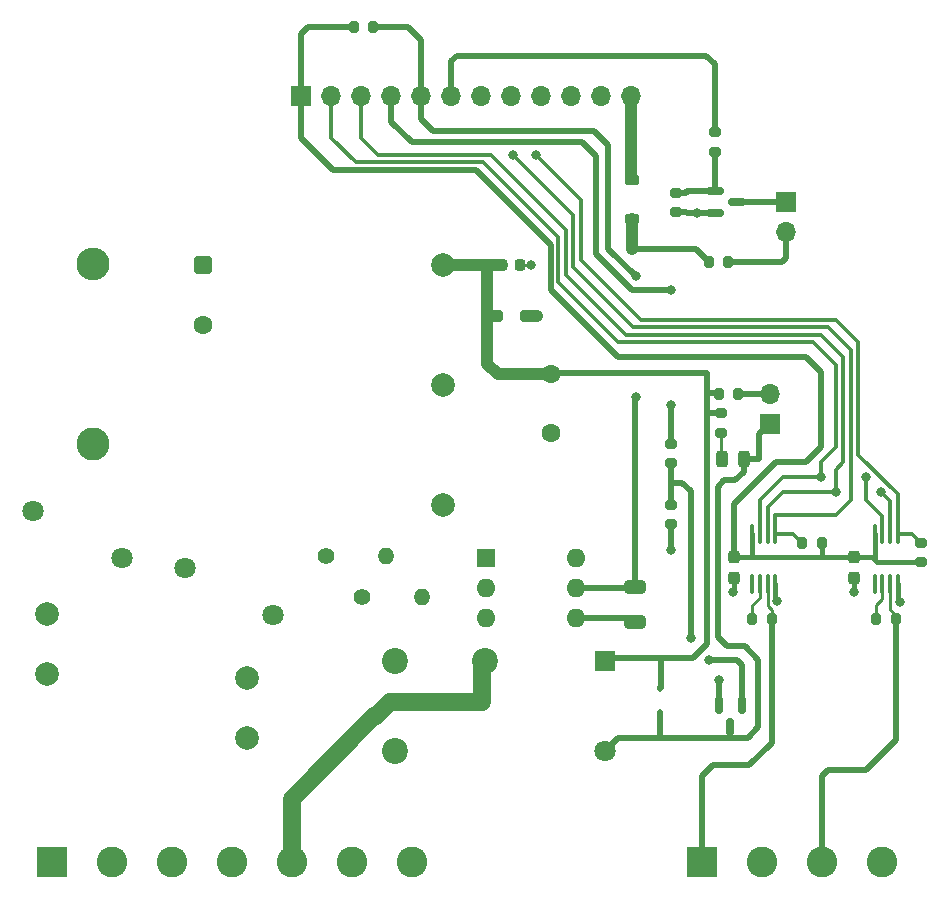
<source format=gtl>
G04 #@! TF.GenerationSoftware,KiCad,Pcbnew,7.0.7*
G04 #@! TF.CreationDate,2023-09-27T11:51:15+02:00*
G04 #@! TF.ProjectId,heating-controller,68656174-696e-4672-9d63-6f6e74726f6c,rev?*
G04 #@! TF.SameCoordinates,Original*
G04 #@! TF.FileFunction,Copper,L1,Top*
G04 #@! TF.FilePolarity,Positive*
%FSLAX46Y46*%
G04 Gerber Fmt 4.6, Leading zero omitted, Abs format (unit mm)*
G04 Created by KiCad (PCBNEW 7.0.7) date 2023-09-27 11:51:15*
%MOMM*%
%LPD*%
G01*
G04 APERTURE LIST*
G04 Aperture macros list*
%AMRoundRect*
0 Rectangle with rounded corners*
0 $1 Rounding radius*
0 $2 $3 $4 $5 $6 $7 $8 $9 X,Y pos of 4 corners*
0 Add a 4 corners polygon primitive as box body*
4,1,4,$2,$3,$4,$5,$6,$7,$8,$9,$2,$3,0*
0 Add four circle primitives for the rounded corners*
1,1,$1+$1,$2,$3*
1,1,$1+$1,$4,$5*
1,1,$1+$1,$6,$7*
1,1,$1+$1,$8,$9*
0 Add four rect primitives between the rounded corners*
20,1,$1+$1,$2,$3,$4,$5,0*
20,1,$1+$1,$4,$5,$6,$7,0*
20,1,$1+$1,$6,$7,$8,$9,0*
20,1,$1+$1,$8,$9,$2,$3,0*%
G04 Aperture macros list end*
G04 #@! TA.AperFunction,SMDPad,CuDef*
%ADD10RoundRect,0.150000X-0.150000X0.587500X-0.150000X-0.587500X0.150000X-0.587500X0.150000X0.587500X0*%
G04 #@! TD*
G04 #@! TA.AperFunction,SMDPad,CuDef*
%ADD11RoundRect,0.200000X-0.200000X-0.275000X0.200000X-0.275000X0.200000X0.275000X-0.200000X0.275000X0*%
G04 #@! TD*
G04 #@! TA.AperFunction,SMDPad,CuDef*
%ADD12RoundRect,0.200000X-0.275000X0.200000X-0.275000X-0.200000X0.275000X-0.200000X0.275000X0.200000X0*%
G04 #@! TD*
G04 #@! TA.AperFunction,ComponentPad*
%ADD13R,1.700000X1.700000*%
G04 #@! TD*
G04 #@! TA.AperFunction,ComponentPad*
%ADD14O,1.700000X1.700000*%
G04 #@! TD*
G04 #@! TA.AperFunction,ComponentPad*
%ADD15RoundRect,0.400000X-0.400000X-0.400000X0.400000X-0.400000X0.400000X0.400000X-0.400000X0.400000X0*%
G04 #@! TD*
G04 #@! TA.AperFunction,ComponentPad*
%ADD16C,1.600000*%
G04 #@! TD*
G04 #@! TA.AperFunction,ComponentPad*
%ADD17C,2.000000*%
G04 #@! TD*
G04 #@! TA.AperFunction,SMDPad,CuDef*
%ADD18RoundRect,0.100000X0.100000X-0.712500X0.100000X0.712500X-0.100000X0.712500X-0.100000X-0.712500X0*%
G04 #@! TD*
G04 #@! TA.AperFunction,SMDPad,CuDef*
%ADD19RoundRect,0.200000X0.275000X-0.200000X0.275000X0.200000X-0.275000X0.200000X-0.275000X-0.200000X0*%
G04 #@! TD*
G04 #@! TA.AperFunction,SMDPad,CuDef*
%ADD20RoundRect,0.200000X0.200000X0.275000X-0.200000X0.275000X-0.200000X-0.275000X0.200000X-0.275000X0*%
G04 #@! TD*
G04 #@! TA.AperFunction,ComponentPad*
%ADD21C,1.800000*%
G04 #@! TD*
G04 #@! TA.AperFunction,SMDPad,CuDef*
%ADD22RoundRect,0.237500X-0.237500X0.300000X-0.237500X-0.300000X0.237500X-0.300000X0.237500X0.300000X0*%
G04 #@! TD*
G04 #@! TA.AperFunction,ComponentPad*
%ADD23R,2.600000X2.600000*%
G04 #@! TD*
G04 #@! TA.AperFunction,ComponentPad*
%ADD24C,2.600000*%
G04 #@! TD*
G04 #@! TA.AperFunction,SMDPad,CuDef*
%ADD25RoundRect,0.243750X0.243750X0.456250X-0.243750X0.456250X-0.243750X-0.456250X0.243750X-0.456250X0*%
G04 #@! TD*
G04 #@! TA.AperFunction,SMDPad,CuDef*
%ADD26RoundRect,0.250000X-0.650000X0.325000X-0.650000X-0.325000X0.650000X-0.325000X0.650000X0.325000X0*%
G04 #@! TD*
G04 #@! TA.AperFunction,SMDPad,CuDef*
%ADD27RoundRect,0.225000X-0.375000X0.225000X-0.375000X-0.225000X0.375000X-0.225000X0.375000X0.225000X0*%
G04 #@! TD*
G04 #@! TA.AperFunction,SMDPad,CuDef*
%ADD28RoundRect,0.150000X-0.587500X-0.150000X0.587500X-0.150000X0.587500X0.150000X-0.587500X0.150000X0*%
G04 #@! TD*
G04 #@! TA.AperFunction,ComponentPad*
%ADD29C,2.200000*%
G04 #@! TD*
G04 #@! TA.AperFunction,ComponentPad*
%ADD30R,1.800000X1.800000*%
G04 #@! TD*
G04 #@! TA.AperFunction,SMDPad,CuDef*
%ADD31RoundRect,0.112500X-0.112500X0.187500X-0.112500X-0.187500X0.112500X-0.187500X0.112500X0.187500X0*%
G04 #@! TD*
G04 #@! TA.AperFunction,SMDPad,CuDef*
%ADD32RoundRect,0.225000X-0.225000X-0.250000X0.225000X-0.250000X0.225000X0.250000X-0.225000X0.250000X0*%
G04 #@! TD*
G04 #@! TA.AperFunction,SMDPad,CuDef*
%ADD33RoundRect,0.250000X-0.250000X-0.250000X0.250000X-0.250000X0.250000X0.250000X-0.250000X0.250000X0*%
G04 #@! TD*
G04 #@! TA.AperFunction,ComponentPad*
%ADD34C,2.800000*%
G04 #@! TD*
G04 #@! TA.AperFunction,ComponentPad*
%ADD35O,2.800000X2.800000*%
G04 #@! TD*
G04 #@! TA.AperFunction,ComponentPad*
%ADD36C,1.400000*%
G04 #@! TD*
G04 #@! TA.AperFunction,ComponentPad*
%ADD37O,1.400000X1.400000*%
G04 #@! TD*
G04 #@! TA.AperFunction,ComponentPad*
%ADD38R,1.600000X1.600000*%
G04 #@! TD*
G04 #@! TA.AperFunction,ComponentPad*
%ADD39O,1.600000X1.600000*%
G04 #@! TD*
G04 #@! TA.AperFunction,ViaPad*
%ADD40C,0.800000*%
G04 #@! TD*
G04 #@! TA.AperFunction,Conductor*
%ADD41C,1.500000*%
G04 #@! TD*
G04 #@! TA.AperFunction,Conductor*
%ADD42C,0.500000*%
G04 #@! TD*
G04 #@! TA.AperFunction,Conductor*
%ADD43C,0.400000*%
G04 #@! TD*
G04 #@! TA.AperFunction,Conductor*
%ADD44C,0.300000*%
G04 #@! TD*
G04 #@! TA.AperFunction,Conductor*
%ADD45C,1.000000*%
G04 #@! TD*
G04 #@! TA.AperFunction,Conductor*
%ADD46C,0.250000*%
G04 #@! TD*
G04 APERTURE END LIST*
D10*
X84100000Y-87225000D03*
X82200000Y-87225000D03*
X83150000Y-89100000D03*
D11*
X89250000Y-73500000D03*
X90900000Y-73500000D03*
D12*
X99300000Y-73500000D03*
X99300000Y-75150000D03*
D11*
X51245000Y-29845000D03*
X52895000Y-29845000D03*
D13*
X87850000Y-44650000D03*
D14*
X87850000Y-47190000D03*
D15*
X38481000Y-49945000D03*
D16*
X38481000Y-55025000D03*
D17*
X58801000Y-70265000D03*
X58801000Y-60105000D03*
X58801000Y-49945000D03*
D16*
X67978200Y-59241400D03*
X67978200Y-64241400D03*
D18*
X95355000Y-76972500D03*
X96005000Y-76972500D03*
X96655000Y-76972500D03*
X97305000Y-76972500D03*
X97305000Y-72747500D03*
X96655000Y-72747500D03*
X96005000Y-72747500D03*
X95355000Y-72747500D03*
D19*
X82390000Y-64205000D03*
X82390000Y-62555000D03*
D20*
X83830000Y-60900000D03*
X82180000Y-60900000D03*
D21*
X44448600Y-79656400D03*
X36948600Y-75656400D03*
D22*
X93600000Y-74737500D03*
X93600000Y-76462500D03*
D12*
X78150000Y-70275000D03*
X78150000Y-71925000D03*
D13*
X46830000Y-35700000D03*
D14*
X49370000Y-35700000D03*
X51910000Y-35700000D03*
X54450000Y-35700000D03*
X56990000Y-35700000D03*
X59530000Y-35700000D03*
X62070000Y-35700000D03*
X64610000Y-35700000D03*
X67150000Y-35700000D03*
X69690000Y-35700000D03*
X72230000Y-35700000D03*
X74770000Y-35700000D03*
D20*
X82950000Y-49700000D03*
X81300000Y-49700000D03*
D18*
X85005000Y-76962500D03*
X85655000Y-76962500D03*
X86305000Y-76962500D03*
X86955000Y-76962500D03*
X86955000Y-72737500D03*
X86305000Y-72737500D03*
X85655000Y-72737500D03*
X85005000Y-72737500D03*
D23*
X25720000Y-100550000D03*
D24*
X30800000Y-100550000D03*
X35880000Y-100550000D03*
X40960000Y-100550000D03*
X46040000Y-100550000D03*
X51120000Y-100550000D03*
X56200000Y-100550000D03*
D25*
X84287500Y-66390000D03*
X82412500Y-66390000D03*
D12*
X78150000Y-65100000D03*
X78150000Y-66750000D03*
D20*
X86645000Y-79970000D03*
X84995000Y-79970000D03*
D26*
X75064800Y-77248200D03*
X75064800Y-80198200D03*
D27*
X74800000Y-42750000D03*
X74800000Y-46050000D03*
D28*
X81850000Y-43700000D03*
X81850000Y-45600000D03*
X83725000Y-44650000D03*
D29*
X62364800Y-83500000D03*
X54744800Y-91120000D03*
X54744800Y-83500000D03*
D30*
X72524800Y-83500000D03*
D21*
X72524800Y-91120000D03*
D20*
X97155000Y-79950000D03*
X95505000Y-79950000D03*
D31*
X77200000Y-85800000D03*
X77200000Y-87900000D03*
D13*
X86490000Y-63435000D03*
D14*
X86490000Y-60895000D03*
D12*
X78500000Y-43850000D03*
X78500000Y-45500000D03*
D32*
X63774200Y-49995800D03*
X65324200Y-49995800D03*
D23*
X80750000Y-100550000D03*
D24*
X85830000Y-100550000D03*
X90910000Y-100550000D03*
X95990000Y-100550000D03*
D33*
X63350000Y-54288400D03*
X65850000Y-54288400D03*
D22*
X83420000Y-74737500D03*
X83420000Y-76462500D03*
D17*
X42200000Y-90000000D03*
X42200000Y-84920000D03*
X25306200Y-84641400D03*
X25306200Y-79561400D03*
D34*
X29150000Y-65100000D03*
D35*
X29150000Y-49860000D03*
D12*
X81850000Y-38750000D03*
X81850000Y-40400000D03*
D21*
X24121600Y-70805000D03*
X31621600Y-74805000D03*
D36*
X51950800Y-78062800D03*
D37*
X57030800Y-78062800D03*
D38*
X62466400Y-74786200D03*
D39*
X62466400Y-77326200D03*
X62466400Y-79866200D03*
X70086400Y-79866200D03*
X70086400Y-77326200D03*
X70086400Y-74786200D03*
D36*
X48902800Y-74608400D03*
D37*
X53982800Y-74608400D03*
D40*
X62558000Y-49995800D03*
X74800000Y-48600000D03*
X66225600Y-49995800D03*
X97500000Y-78550000D03*
X83410000Y-77670000D03*
X78150000Y-74100000D03*
X87070000Y-78460000D03*
X93600000Y-77700000D03*
X66809800Y-54288400D03*
X80350000Y-45600000D03*
X82150000Y-85100000D03*
X75115600Y-50900000D03*
X75115600Y-61171800D03*
X78150000Y-61832200D03*
X78150000Y-52100000D03*
X90805000Y-67945000D03*
X94615000Y-67945000D03*
X92075000Y-69215000D03*
X95885000Y-69215000D03*
X79770000Y-81600000D03*
X81320000Y-83400000D03*
X66675000Y-40640000D03*
X64770000Y-40640000D03*
D41*
X62100000Y-83764800D02*
X62364800Y-83500000D01*
X62100000Y-87000000D02*
X62100000Y-83764800D01*
X54300000Y-87000000D02*
X62100000Y-87000000D01*
X53100000Y-88200000D02*
X54300000Y-87000000D01*
X53000000Y-88200000D02*
X53100000Y-88200000D01*
X46040000Y-95160000D02*
X53000000Y-88200000D01*
X46040000Y-100550000D02*
X46040000Y-95160000D01*
D42*
X84600000Y-90000000D02*
X77100000Y-90000000D01*
X85500000Y-89100000D02*
X84600000Y-90000000D01*
X85500000Y-83400000D02*
X85500000Y-89100000D01*
X82100000Y-81520000D02*
X82860000Y-82280000D01*
X82860000Y-82280000D02*
X84380000Y-82280000D01*
X84380000Y-82280000D02*
X85500000Y-83400000D01*
X83560000Y-68200000D02*
X82640000Y-68200000D01*
X82640000Y-68200000D02*
X82100000Y-68740000D01*
X84287500Y-67472500D02*
X83560000Y-68200000D01*
X82100000Y-68740000D02*
X82100000Y-81520000D01*
X84287500Y-66390000D02*
X84287500Y-67472500D01*
X77200000Y-89900000D02*
X77100000Y-90000000D01*
X77200000Y-88000000D02*
X77200000Y-89900000D01*
X77100000Y-90000000D02*
X73644800Y-90000000D01*
X73644800Y-90000000D02*
X72524800Y-91120000D01*
D43*
X93600000Y-74737500D02*
X95137500Y-74737500D01*
X95137500Y-74737500D02*
X95355000Y-74955000D01*
X95355000Y-74955000D02*
X95355000Y-72747500D01*
X95550000Y-75150000D02*
X95355000Y-74955000D01*
X95550000Y-75150000D02*
X99300000Y-75150000D01*
D44*
X98547500Y-72747500D02*
X99300000Y-73500000D01*
X97305000Y-72747500D02*
X98547500Y-72747500D01*
X88487500Y-72737500D02*
X89250000Y-73500000D01*
X86955000Y-72737500D02*
X88487500Y-72737500D01*
D43*
X90900000Y-74737500D02*
X90900000Y-73500000D01*
X90900000Y-74737500D02*
X83420000Y-74737500D01*
X93600000Y-74737500D02*
X90900000Y-74737500D01*
D45*
X74800000Y-48600000D02*
X74800000Y-46050000D01*
D42*
X77242500Y-83242500D02*
X72782300Y-83242500D01*
X81150000Y-60850000D02*
X81150000Y-62420000D01*
X77242500Y-83242500D02*
X77242500Y-85757500D01*
X81150000Y-62940000D02*
X81150000Y-82050000D01*
X81150000Y-82050000D02*
X79957500Y-83242500D01*
X79957500Y-83242500D02*
X77242500Y-83242500D01*
D45*
X62542600Y-49980400D02*
X62558000Y-49995800D01*
D42*
X81285000Y-62555000D02*
X82390000Y-62555000D01*
D45*
X62542600Y-58342600D02*
X62542600Y-52542600D01*
D42*
X81150000Y-62420000D02*
X81150000Y-62940000D01*
X81150000Y-59100000D02*
X81150000Y-60850000D01*
D45*
X63441400Y-59241400D02*
X62542600Y-58342600D01*
X62542600Y-49980400D02*
X62542600Y-52542600D01*
D42*
X80200000Y-48600000D02*
X74800000Y-48600000D01*
X72782300Y-83242500D02*
X72524800Y-83500000D01*
D45*
X62542600Y-52542600D02*
X62542600Y-53856600D01*
D42*
X81300000Y-49700000D02*
X80200000Y-48600000D01*
X81150000Y-59100000D02*
X68119600Y-59100000D01*
D45*
X62558000Y-49995800D02*
X63774200Y-49995800D01*
D42*
X82130000Y-60850000D02*
X82180000Y-60900000D01*
D45*
X67978200Y-59241400D02*
X63441400Y-59241400D01*
D42*
X68119600Y-59100000D02*
X67978200Y-59241400D01*
D45*
X58844200Y-49950000D02*
X62512200Y-49950000D01*
D42*
X81150000Y-60850000D02*
X82130000Y-60850000D01*
X81150000Y-62420000D02*
X81285000Y-62555000D01*
D43*
X93600000Y-76462500D02*
X93600000Y-77700000D01*
D42*
X79450000Y-45600000D02*
X80350000Y-45600000D01*
D46*
X97500000Y-78300000D02*
X97305000Y-78105000D01*
D45*
X65850000Y-54288400D02*
X66809800Y-54288400D01*
D42*
X78500000Y-45500000D02*
X79350000Y-45500000D01*
D43*
X97305000Y-78105000D02*
X97305000Y-78315000D01*
D42*
X74732800Y-79866200D02*
X70086400Y-79866200D01*
X79350000Y-45500000D02*
X79450000Y-45600000D01*
D43*
X86955000Y-76962500D02*
X86955000Y-78345000D01*
D46*
X97305000Y-78315000D02*
X97370000Y-78380000D01*
X65324200Y-49995800D02*
X66225600Y-49995800D01*
D43*
X83420000Y-76392500D02*
X83420000Y-77440000D01*
D42*
X82200000Y-87225000D02*
X82200000Y-85150000D01*
X78150000Y-71925000D02*
X78150000Y-74100000D01*
D46*
X82200000Y-85150000D02*
X82150000Y-85100000D01*
X75064800Y-80198200D02*
X74732800Y-79866200D01*
X86955000Y-78345000D02*
X87070000Y-78460000D01*
D42*
X80350000Y-45600000D02*
X81850000Y-45600000D01*
D46*
X97500000Y-78550000D02*
X97500000Y-78300000D01*
X83420000Y-77440000D02*
X83470000Y-77490000D01*
D43*
X97305000Y-76972500D02*
X97305000Y-78105000D01*
D46*
X74770000Y-42720000D02*
X74800000Y-42750000D01*
D45*
X74770000Y-35700000D02*
X74770000Y-42720000D01*
D46*
X74800000Y-35730000D02*
X74770000Y-35700000D01*
D42*
X84287500Y-66390000D02*
X85590000Y-66390000D01*
X85610000Y-64315000D02*
X86490000Y-63435000D01*
X85610000Y-66370000D02*
X85610000Y-64315000D01*
D46*
X85590000Y-66390000D02*
X85610000Y-66370000D01*
X82390000Y-66367500D02*
X82390000Y-64205000D01*
X82412500Y-66390000D02*
X82390000Y-66367500D01*
X74986800Y-77326200D02*
X75064800Y-77248200D01*
D42*
X71600000Y-38600000D02*
X58000000Y-38600000D01*
X70086400Y-77326200D02*
X74986800Y-77326200D01*
X56990000Y-37590000D02*
X56990000Y-35700000D01*
X56990000Y-30955000D02*
X56990000Y-35700000D01*
X75063800Y-69045800D02*
X75063800Y-61223600D01*
D46*
X75063800Y-77247200D02*
X75064800Y-77248200D01*
D42*
X52895000Y-29845000D02*
X55880000Y-29845000D01*
X72825000Y-48609400D02*
X72825000Y-39825000D01*
X55880000Y-29845000D02*
X56990000Y-30955000D01*
X75063800Y-69045800D02*
X75063800Y-77247200D01*
X58000000Y-38600000D02*
X56990000Y-37590000D01*
X75115600Y-50900000D02*
X72825000Y-48609400D01*
X72825000Y-39825000D02*
X71600000Y-38600000D01*
D46*
X75063800Y-61223600D02*
X75115600Y-61171800D01*
X93600000Y-74775000D02*
X93675000Y-74700000D01*
D42*
X46830000Y-39210000D02*
X49530000Y-41910000D01*
X90805000Y-59055000D02*
X90805000Y-65405000D01*
X89535000Y-66675000D02*
X86995000Y-66675000D01*
X47405000Y-29845000D02*
X51245000Y-29845000D01*
X61595000Y-41910000D02*
X67945000Y-48260000D01*
X90805000Y-65405000D02*
X89535000Y-66675000D01*
D43*
X85005000Y-74700000D02*
X85005000Y-72737500D01*
D42*
X73660000Y-57785000D02*
X89535000Y-57785000D01*
X67945000Y-52070000D02*
X73660000Y-57785000D01*
X46830000Y-35700000D02*
X46830000Y-39210000D01*
X86995000Y-66675000D02*
X83420000Y-70250000D01*
X67945000Y-48260000D02*
X67945000Y-52070000D01*
X89535000Y-57785000D02*
X90805000Y-59055000D01*
X49530000Y-41910000D02*
X61595000Y-41910000D01*
X83420000Y-70250000D02*
X83420000Y-74737500D01*
X46830000Y-30420000D02*
X47405000Y-29845000D01*
X46830000Y-35700000D02*
X46830000Y-30420000D01*
X86645000Y-79970000D02*
X86645000Y-90455000D01*
D46*
X86305000Y-76962500D02*
X86305000Y-78825000D01*
D42*
X81690000Y-92340000D02*
X80750000Y-93280000D01*
D46*
X86645000Y-79165000D02*
X86645000Y-79970000D01*
D42*
X84760000Y-92340000D02*
X81690000Y-92340000D01*
D46*
X86305000Y-78825000D02*
X86645000Y-79165000D01*
D42*
X80750000Y-93280000D02*
X80750000Y-100550000D01*
X86645000Y-90455000D02*
X84760000Y-92340000D01*
X90910000Y-93240000D02*
X90910000Y-100550000D01*
X97155000Y-90170000D02*
X94615000Y-92710000D01*
X94615000Y-92710000D02*
X91440000Y-92710000D01*
D46*
X97155000Y-79655000D02*
X96660000Y-79160000D01*
X97155000Y-79950000D02*
X97155000Y-79655000D01*
X96660000Y-76977500D02*
X96655000Y-76972500D01*
D42*
X91440000Y-92710000D02*
X90910000Y-93240000D01*
D46*
X96660000Y-79160000D02*
X96660000Y-76977500D01*
D42*
X97155000Y-79950000D02*
X97155000Y-90170000D01*
X71750000Y-40750000D02*
X70550000Y-39550000D01*
X71750000Y-49050000D02*
X71750000Y-40750000D01*
X56150000Y-39550000D02*
X54450000Y-37850000D01*
X78150000Y-61832200D02*
X78150000Y-65100000D01*
X78150000Y-52100000D02*
X74800000Y-52100000D01*
X70550000Y-39550000D02*
X56150000Y-39550000D01*
X54450000Y-37850000D02*
X54450000Y-35700000D01*
X74800000Y-52100000D02*
X71750000Y-49050000D01*
D44*
X62230000Y-41275000D02*
X51435000Y-41275000D01*
X49370000Y-39210000D02*
X49370000Y-35700000D01*
X68580000Y-47625000D02*
X62230000Y-41275000D01*
X90805000Y-66675000D02*
X90805000Y-67945000D01*
X87630000Y-67945000D02*
X85655000Y-69920000D01*
X96005000Y-72747500D02*
X96005000Y-71240000D01*
X92075000Y-65405000D02*
X90805000Y-66675000D01*
X68580000Y-51435000D02*
X68580000Y-47625000D01*
X94615000Y-69850000D02*
X94615000Y-67945000D01*
X90805000Y-67945000D02*
X87630000Y-67945000D01*
X51435000Y-41275000D02*
X49370000Y-39210000D01*
X85655000Y-69920000D02*
X85655000Y-72737500D01*
X73660000Y-56515000D02*
X68580000Y-51435000D01*
X90170000Y-56515000D02*
X73660000Y-56515000D01*
X92075000Y-58420000D02*
X90170000Y-56515000D01*
X96005000Y-71240000D02*
X94615000Y-69850000D01*
X92075000Y-58420000D02*
X92075000Y-65405000D01*
X86360000Y-70485000D02*
X86360000Y-72682500D01*
X92710000Y-57785000D02*
X90805000Y-55880000D01*
X92710000Y-66675000D02*
X92075000Y-67310000D01*
X74295000Y-55880000D02*
X69215000Y-50800000D01*
X90805000Y-55880000D02*
X74295000Y-55880000D01*
X87630000Y-69215000D02*
X86360000Y-70485000D01*
X86360000Y-72682500D02*
X86305000Y-72737500D01*
X92075000Y-67310000D02*
X92075000Y-69215000D01*
X62865000Y-40640000D02*
X53340000Y-40640000D01*
X69215000Y-50800000D02*
X69215000Y-46990000D01*
X51910000Y-39210000D02*
X51910000Y-35700000D01*
X96655000Y-69985000D02*
X95885000Y-69215000D01*
X53340000Y-40640000D02*
X51910000Y-39210000D01*
X92075000Y-69215000D02*
X87630000Y-69215000D01*
X96655000Y-72747500D02*
X96655000Y-69985000D01*
X92710000Y-57785000D02*
X92710000Y-66675000D01*
X69215000Y-46990000D02*
X62865000Y-40640000D01*
D42*
X81850000Y-33000000D02*
X81850000Y-38750000D01*
X60010000Y-32250000D02*
X81100000Y-32250000D01*
X59530000Y-32730000D02*
X60010000Y-32250000D01*
X81100000Y-32250000D02*
X81850000Y-33000000D01*
X59530000Y-35700000D02*
X59530000Y-32730000D01*
X83725000Y-44650000D02*
X87850000Y-44650000D01*
X87550000Y-49700000D02*
X87850000Y-49400000D01*
X87850000Y-49400000D02*
X87850000Y-47190000D01*
X82950000Y-49700000D02*
X87550000Y-49700000D01*
X83830000Y-60900000D02*
X86775000Y-60900000D01*
X79350000Y-43850000D02*
X78500000Y-43850000D01*
X79500000Y-43700000D02*
X79350000Y-43850000D01*
X81850000Y-43700000D02*
X79500000Y-43700000D01*
X81850000Y-40400000D02*
X81850000Y-43700000D01*
X78150000Y-68480000D02*
X78150000Y-70275000D01*
X83680000Y-83400000D02*
X84100000Y-83820000D01*
X79770000Y-81600000D02*
X79770000Y-69150000D01*
X84100000Y-83820000D02*
X84100000Y-87225000D01*
X79770000Y-69150000D02*
X79080000Y-68460000D01*
X78150000Y-66750000D02*
X78150000Y-68480000D01*
X81320000Y-83400000D02*
X83680000Y-83400000D01*
X78170000Y-68460000D02*
X79080000Y-68460000D01*
X78150000Y-68480000D02*
X78170000Y-68460000D01*
D46*
X95505000Y-79950000D02*
X95505000Y-78795000D01*
X96005000Y-78295000D02*
X96005000Y-76972500D01*
X95505000Y-78795000D02*
X96005000Y-78295000D01*
D44*
X70485000Y-44450000D02*
X66675000Y-40640000D01*
X93980000Y-66040000D02*
X93980000Y-56515000D01*
X97305000Y-72747500D02*
X97305000Y-69365000D01*
X97305000Y-69365000D02*
X93980000Y-66040000D01*
X75565000Y-54610000D02*
X70485000Y-49530000D01*
X70485000Y-49530000D02*
X70485000Y-44450000D01*
X93980000Y-56515000D02*
X92075000Y-54610000D01*
X92075000Y-54610000D02*
X75565000Y-54610000D01*
X93345000Y-57150000D02*
X93345000Y-69850000D01*
X69850000Y-45720000D02*
X69850000Y-50165000D01*
X93345000Y-69850000D02*
X92075000Y-71120000D01*
X92075000Y-71120000D02*
X86995000Y-71120000D01*
X86955000Y-71160000D02*
X86955000Y-72737500D01*
X64770000Y-40640000D02*
X69850000Y-45720000D01*
X74930000Y-55245000D02*
X91440000Y-55245000D01*
X69850000Y-50165000D02*
X74930000Y-55245000D01*
X91440000Y-55245000D02*
X93345000Y-57150000D01*
D46*
X84995000Y-79970000D02*
X84995000Y-78805000D01*
X84995000Y-78805000D02*
X85655000Y-78145000D01*
X85655000Y-78145000D02*
X85655000Y-76962500D01*
M02*

</source>
